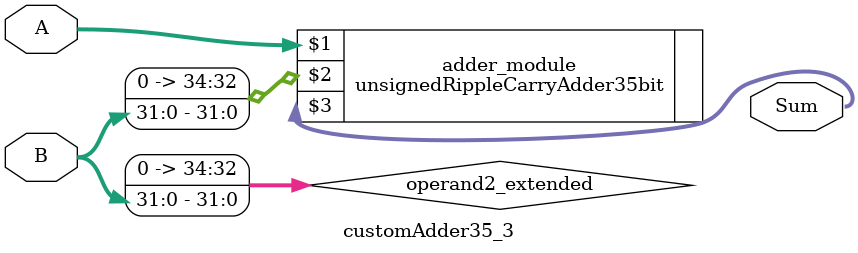
<source format=v>
module customAdder35_3(
                        input [34 : 0] A,
                        input [31 : 0] B,
                        
                        output [35 : 0] Sum
                );

        wire [34 : 0] operand2_extended;
        
        assign operand2_extended =  {3'b0, B};
        
        unsignedRippleCarryAdder35bit adder_module(
            A,
            operand2_extended,
            Sum
        );
        
        endmodule
        
</source>
